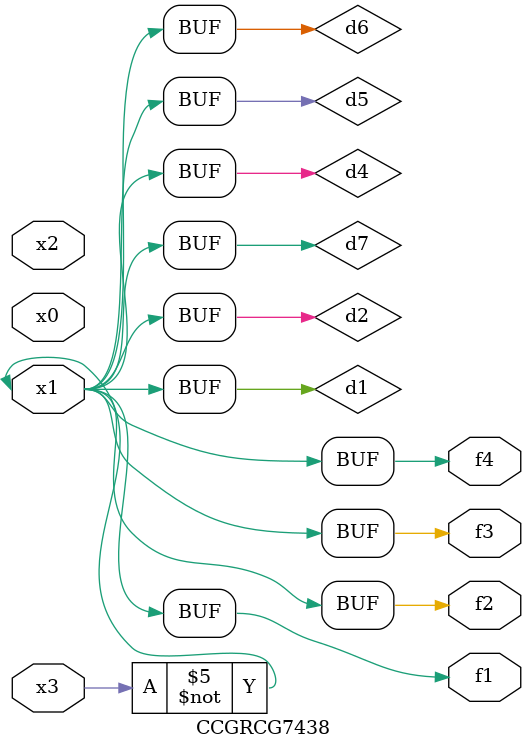
<source format=v>
module CCGRCG7438(
	input x0, x1, x2, x3,
	output f1, f2, f3, f4
);

	wire d1, d2, d3, d4, d5, d6, d7;

	not (d1, x3);
	buf (d2, x1);
	xnor (d3, d1, d2);
	nor (d4, d1);
	buf (d5, d1, d2);
	buf (d6, d4, d5);
	nand (d7, d4);
	assign f1 = d6;
	assign f2 = d7;
	assign f3 = d6;
	assign f4 = d6;
endmodule

</source>
